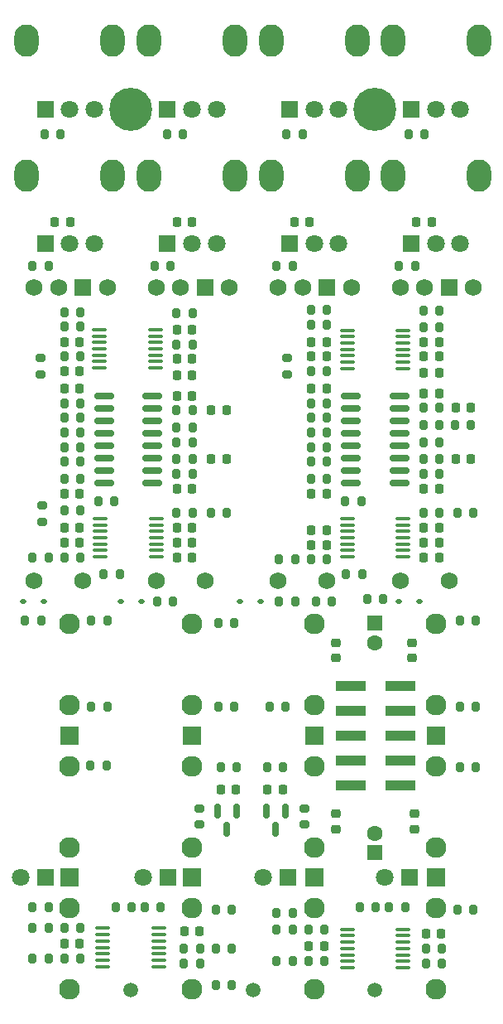
<source format=gbr>
%TF.GenerationSoftware,KiCad,Pcbnew,8.0.0*%
%TF.CreationDate,2024-08-29T00:26:00-07:00*%
%TF.ProjectId,veils_clone,7665696c-735f-4636-9c6f-6e652e6b6963,rev?*%
%TF.SameCoordinates,Original*%
%TF.FileFunction,Soldermask,Bot*%
%TF.FilePolarity,Negative*%
%FSLAX46Y46*%
G04 Gerber Fmt 4.6, Leading zero omitted, Abs format (unit mm)*
G04 Created by KiCad (PCBNEW 8.0.0) date 2024-08-29 00:26:00*
%MOMM*%
%LPD*%
G01*
G04 APERTURE LIST*
G04 Aperture macros list*
%AMRoundRect*
0 Rectangle with rounded corners*
0 $1 Rounding radius*
0 $2 $3 $4 $5 $6 $7 $8 $9 X,Y pos of 4 corners*
0 Add a 4 corners polygon primitive as box body*
4,1,4,$2,$3,$4,$5,$6,$7,$8,$9,$2,$3,0*
0 Add four circle primitives for the rounded corners*
1,1,$1+$1,$2,$3*
1,1,$1+$1,$4,$5*
1,1,$1+$1,$6,$7*
1,1,$1+$1,$8,$9*
0 Add four rect primitives between the rounded corners*
20,1,$1+$1,$2,$3,$4,$5,0*
20,1,$1+$1,$4,$5,$6,$7,0*
20,1,$1+$1,$6,$7,$8,$9,0*
20,1,$1+$1,$8,$9,$2,$3,0*%
G04 Aperture macros list end*
%ADD10R,1.750000X1.750000*%
%ADD11C,1.750000*%
%ADD12O,2.500000X3.300000*%
%ADD13R,1.800000X1.800000*%
%ADD14C,1.800000*%
%ADD15C,2.130000*%
%ADD16C,1.500000*%
%ADD17R,1.930000X1.830000*%
%ADD18C,4.400000*%
%ADD19RoundRect,0.200000X-0.200000X-0.275000X0.200000X-0.275000X0.200000X0.275000X-0.200000X0.275000X0*%
%ADD20RoundRect,0.225000X-0.225000X-0.250000X0.225000X-0.250000X0.225000X0.250000X-0.225000X0.250000X0*%
%ADD21RoundRect,0.200000X-0.275000X0.200000X-0.275000X-0.200000X0.275000X-0.200000X0.275000X0.200000X0*%
%ADD22RoundRect,0.150000X-0.150000X0.587500X-0.150000X-0.587500X0.150000X-0.587500X0.150000X0.587500X0*%
%ADD23RoundRect,0.200000X0.200000X0.275000X-0.200000X0.275000X-0.200000X-0.275000X0.200000X-0.275000X0*%
%ADD24RoundRect,0.225000X0.225000X0.250000X-0.225000X0.250000X-0.225000X-0.250000X0.225000X-0.250000X0*%
%ADD25R,1.600000X1.600000*%
%ADD26C,1.600000*%
%ADD27RoundRect,0.225000X-0.250000X0.225000X-0.250000X-0.225000X0.250000X-0.225000X0.250000X0.225000X0*%
%ADD28RoundRect,0.112500X-0.187500X-0.112500X0.187500X-0.112500X0.187500X0.112500X-0.187500X0.112500X0*%
%ADD29RoundRect,0.100000X0.637500X0.100000X-0.637500X0.100000X-0.637500X-0.100000X0.637500X-0.100000X0*%
%ADD30RoundRect,0.112500X0.187500X0.112500X-0.187500X0.112500X-0.187500X-0.112500X0.187500X-0.112500X0*%
%ADD31RoundRect,0.150000X-0.825000X-0.150000X0.825000X-0.150000X0.825000X0.150000X-0.825000X0.150000X0*%
%ADD32RoundRect,0.100000X-0.637500X-0.100000X0.637500X-0.100000X0.637500X0.100000X-0.637500X0.100000X0*%
%ADD33R,3.150000X1.000000*%
%ADD34RoundRect,0.200000X0.275000X-0.200000X0.275000X0.200000X-0.275000X0.200000X-0.275000X-0.200000X0*%
%ADD35RoundRect,0.225000X0.250000X-0.225000X0.250000X0.225000X-0.250000X0.225000X-0.250000X-0.225000X0*%
G04 APERTURE END LIST*
D10*
%TO.C,RV8*%
X97580000Y-76900000D03*
D11*
X100080000Y-76900000D03*
X97580000Y-106900000D03*
X95080000Y-76900000D03*
X92580000Y-106900000D03*
X92580000Y-76900000D03*
%TD*%
D12*
%TO.C,RV3*%
X66850000Y-51725000D03*
X75650000Y-51725000D03*
D13*
X68750000Y-58725000D03*
D14*
X71250000Y-58725000D03*
X73750000Y-58725000D03*
%TD*%
D15*
%TO.C,J3*%
X71250000Y-140350000D03*
X71250000Y-148650000D03*
%TD*%
D16*
%TO.C,REF\u002A\u002A*%
X102500000Y-148750000D03*
%TD*%
D12*
%TO.C,RV12*%
X104325000Y-51725000D03*
X113125000Y-51725000D03*
D13*
X106225000Y-58725000D03*
D14*
X108725000Y-58725000D03*
X111225000Y-58725000D03*
%TD*%
D17*
%TO.C,J2*%
X71250000Y-122750000D03*
D15*
X71250000Y-111350000D03*
X71250000Y-119650000D03*
%TD*%
D12*
%TO.C,RV9*%
X91850000Y-51725000D03*
X100650000Y-51725000D03*
D13*
X93750000Y-58725000D03*
D14*
X96250000Y-58725000D03*
X98750000Y-58725000D03*
%TD*%
D13*
%TO.C,D4*%
X81275000Y-137250000D03*
D14*
X78735000Y-137250000D03*
%TD*%
D15*
%TO.C,J6*%
X83750000Y-140350000D03*
X83750000Y-148650000D03*
%TD*%
D12*
%TO.C,RV7*%
X91850000Y-65475000D03*
X100650000Y-65475000D03*
D13*
X93750000Y-72475000D03*
D14*
X96250000Y-72475000D03*
X98750000Y-72475000D03*
%TD*%
D12*
%TO.C,RV1*%
X66850000Y-65475000D03*
X75650000Y-65475000D03*
D13*
X68750000Y-72475000D03*
D14*
X71250000Y-72475000D03*
X73750000Y-72475000D03*
%TD*%
D15*
%TO.C,J9*%
X96250000Y-140350000D03*
X96250000Y-148650000D03*
%TD*%
D17*
%TO.C,J10*%
X108750000Y-137250000D03*
D15*
X108750000Y-125850000D03*
X108750000Y-134150000D03*
%TD*%
D12*
%TO.C,RV4*%
X79350000Y-65475000D03*
X88150000Y-65475000D03*
D13*
X81250000Y-72475000D03*
D14*
X83750000Y-72475000D03*
X86250000Y-72475000D03*
%TD*%
D12*
%TO.C,RV6*%
X79350000Y-51725000D03*
X88150000Y-51725000D03*
D13*
X81250000Y-58725000D03*
D14*
X83750000Y-58725000D03*
X86250000Y-58725000D03*
%TD*%
D15*
%TO.C,J12*%
X108750000Y-140350000D03*
X108750000Y-148650000D03*
%TD*%
D17*
%TO.C,J4*%
X83750000Y-137250000D03*
D15*
X83750000Y-125850000D03*
X83750000Y-134150000D03*
%TD*%
D17*
%TO.C,J8*%
X96250000Y-122750000D03*
D15*
X96250000Y-111350000D03*
X96250000Y-119650000D03*
%TD*%
D18*
%TO.C,REF\u002A\u002A*%
X102500000Y-58725000D03*
%TD*%
D10*
%TO.C,RV11*%
X110080000Y-76900000D03*
D11*
X112580000Y-76900000D03*
X110080000Y-106900000D03*
X107580000Y-76900000D03*
X105080000Y-106900000D03*
X105080000Y-76900000D03*
%TD*%
D17*
%TO.C,J1*%
X71250000Y-137250000D03*
D15*
X71250000Y-125850000D03*
X71250000Y-134150000D03*
%TD*%
D13*
%TO.C,D8*%
X106050000Y-137250000D03*
D14*
X103510000Y-137250000D03*
%TD*%
D13*
%TO.C,D6*%
X93550000Y-137250000D03*
D14*
X91010000Y-137250000D03*
%TD*%
D17*
%TO.C,J5*%
X83750000Y-122750000D03*
D15*
X83750000Y-111350000D03*
X83750000Y-119650000D03*
%TD*%
D17*
%TO.C,J11*%
X108750000Y-122750000D03*
D15*
X108750000Y-111350000D03*
X108750000Y-119650000D03*
%TD*%
D12*
%TO.C,RV10*%
X104325000Y-65475000D03*
X113125000Y-65475000D03*
D13*
X106225000Y-72475000D03*
D14*
X108725000Y-72475000D03*
X111225000Y-72475000D03*
%TD*%
D17*
%TO.C,J7*%
X96250000Y-137250000D03*
D15*
X96250000Y-125850000D03*
X96250000Y-134150000D03*
%TD*%
D18*
%TO.C,REF\u002A\u002A*%
X77500000Y-58725000D03*
%TD*%
D13*
%TO.C,D2*%
X68775000Y-137250000D03*
D14*
X66235000Y-137250000D03*
%TD*%
D10*
%TO.C,RV5*%
X85080000Y-76900000D03*
D11*
X87580000Y-76900000D03*
X85080000Y-106900000D03*
X82580000Y-76900000D03*
X80080000Y-106900000D03*
X80080000Y-76900000D03*
%TD*%
D16*
%TO.C,REF\u002A\u002A*%
X77500000Y-148750000D03*
%TD*%
%TO.C,REF\u002A\u002A*%
X90000000Y-148750000D03*
%TD*%
D10*
%TO.C,RV2*%
X72580000Y-76900000D03*
D11*
X75080000Y-76900000D03*
X72580000Y-106900000D03*
X70080000Y-76900000D03*
X67580000Y-106900000D03*
X67580000Y-76900000D03*
%TD*%
D19*
%TO.C,R37*%
X74700000Y-106250000D03*
X76350000Y-106250000D03*
%TD*%
D20*
%TO.C,C20*%
X110725000Y-94500000D03*
X112275000Y-94500000D03*
%TD*%
D19*
%TO.C,R68*%
X92425000Y-140850000D03*
X94075000Y-140850000D03*
%TD*%
D21*
%TO.C,R94*%
X84500000Y-130175000D03*
X84500000Y-131825000D03*
%TD*%
D22*
%TO.C,U10*%
X86387500Y-130475000D03*
X88287500Y-130475000D03*
X87337500Y-132350000D03*
%TD*%
D23*
%TO.C,R26*%
X83825000Y-94500000D03*
X82175000Y-94500000D03*
%TD*%
%TO.C,R44*%
X87825000Y-140500000D03*
X86175000Y-140500000D03*
%TD*%
%TO.C,R25*%
X83825000Y-96000000D03*
X82175000Y-96000000D03*
%TD*%
%TO.C,R43*%
X69075000Y-104500000D03*
X67425000Y-104500000D03*
%TD*%
D20*
%TO.C,C36*%
X95975000Y-82500000D03*
X97525000Y-82500000D03*
%TD*%
D24*
%TO.C,C39*%
X109025000Y-87750000D03*
X107475000Y-87750000D03*
%TD*%
%TO.C,C3*%
X72275000Y-98000000D03*
X70725000Y-98000000D03*
%TD*%
D20*
%TO.C,C38*%
X107475000Y-97500000D03*
X109025000Y-97500000D03*
%TD*%
D19*
%TO.C,R32*%
X82175000Y-100000000D03*
X83825000Y-100000000D03*
%TD*%
D23*
%TO.C,R89*%
X105575000Y-140250000D03*
X103925000Y-140250000D03*
%TD*%
%TO.C,R29*%
X83825000Y-91250000D03*
X82175000Y-91250000D03*
%TD*%
D19*
%TO.C,R49*%
X95925000Y-90250000D03*
X97575000Y-90250000D03*
%TD*%
D23*
%TO.C,R64*%
X94325000Y-109000000D03*
X92675000Y-109000000D03*
%TD*%
D25*
%TO.C,C42*%
X102455112Y-111250000D03*
D26*
X102455112Y-113250000D03*
%TD*%
D23*
%TO.C,R10*%
X70325000Y-61250000D03*
X68675000Y-61250000D03*
%TD*%
%TO.C,R41*%
X80575000Y-140250000D03*
X78925000Y-140250000D03*
%TD*%
D19*
%TO.C,R8*%
X70675000Y-93250000D03*
X72325000Y-93250000D03*
%TD*%
D27*
%TO.C,C44*%
X98500000Y-130725000D03*
X98500000Y-132275000D03*
%TD*%
D23*
%TO.C,R91*%
X94325000Y-104750000D03*
X92675000Y-104750000D03*
%TD*%
D19*
%TO.C,R27*%
X86675000Y-126000000D03*
X88325000Y-126000000D03*
%TD*%
%TO.C,R71*%
X95925000Y-80750000D03*
X97575000Y-80750000D03*
%TD*%
D21*
%TO.C,R61*%
X68450000Y-99225000D03*
X68450000Y-100875000D03*
%TD*%
D19*
%TO.C,R14*%
X70675000Y-142400000D03*
X72325000Y-142400000D03*
%TD*%
D23*
%TO.C,R78*%
X109075000Y-89250000D03*
X107425000Y-89250000D03*
%TD*%
D19*
%TO.C,R82*%
X110675000Y-91000000D03*
X112325000Y-91000000D03*
%TD*%
%TO.C,R55*%
X95925000Y-93250000D03*
X97575000Y-93250000D03*
%TD*%
D28*
%TO.C,D1*%
X66495000Y-109000000D03*
X68595000Y-109000000D03*
%TD*%
D29*
%TO.C,U4*%
X80112500Y-100550000D03*
X80112500Y-101200000D03*
X80112500Y-101850000D03*
X80112500Y-102500000D03*
X80112500Y-103150000D03*
X80112500Y-103800000D03*
X80112500Y-104450000D03*
X74387500Y-104450000D03*
X74387500Y-103800000D03*
X74387500Y-103150000D03*
X74387500Y-102500000D03*
X74387500Y-101850000D03*
X74387500Y-101200000D03*
X74387500Y-100550000D03*
%TD*%
D23*
%TO.C,R87*%
X97575000Y-104750000D03*
X95925000Y-104750000D03*
%TD*%
D19*
%TO.C,R96*%
X99425000Y-98750000D03*
X101075000Y-98750000D03*
%TD*%
D20*
%TO.C,C45*%
X86725000Y-128250000D03*
X88275000Y-128250000D03*
%TD*%
D24*
%TO.C,C6*%
X72275000Y-85500000D03*
X70725000Y-85500000D03*
%TD*%
D30*
%TO.C,D5*%
X90800000Y-109000000D03*
X88700000Y-109000000D03*
%TD*%
D23*
%TO.C,R60*%
X109075000Y-79350000D03*
X107425000Y-79350000D03*
%TD*%
D19*
%TO.C,R3*%
X70675000Y-88750000D03*
X72325000Y-88750000D03*
%TD*%
%TO.C,R9*%
X82175000Y-82750000D03*
X83825000Y-82750000D03*
%TD*%
D24*
%TO.C,C33*%
X97275000Y-144250000D03*
X95725000Y-144250000D03*
%TD*%
D19*
%TO.C,R28*%
X86425000Y-111250000D03*
X88075000Y-111250000D03*
%TD*%
D23*
%TO.C,R1*%
X75075000Y-119750000D03*
X73425000Y-119750000D03*
%TD*%
%TO.C,R16*%
X68325000Y-111000000D03*
X66675000Y-111000000D03*
%TD*%
D24*
%TO.C,C1*%
X71275000Y-70250000D03*
X69725000Y-70250000D03*
%TD*%
D20*
%TO.C,C46*%
X91475000Y-128250000D03*
X93025000Y-128250000D03*
%TD*%
D23*
%TO.C,R83*%
X109325000Y-144500000D03*
X107675000Y-144500000D03*
%TD*%
D19*
%TO.C,R56*%
X107425000Y-81000000D03*
X109075000Y-81000000D03*
%TD*%
D24*
%TO.C,C4*%
X83775000Y-85900000D03*
X82225000Y-85900000D03*
%TD*%
D31*
%TO.C,U7*%
X74775000Y-96945000D03*
X74775000Y-95675000D03*
X74775000Y-94405000D03*
X74775000Y-93135000D03*
X74775000Y-91865000D03*
X74775000Y-90595000D03*
X74775000Y-89325000D03*
X74775000Y-88055000D03*
X79725000Y-88055000D03*
X79725000Y-89325000D03*
X79725000Y-90595000D03*
X79725000Y-91865000D03*
X79725000Y-93135000D03*
X79725000Y-94405000D03*
X79725000Y-95675000D03*
X79725000Y-96945000D03*
%TD*%
D23*
%TO.C,R35*%
X87825000Y-144500000D03*
X86175000Y-144500000D03*
%TD*%
D19*
%TO.C,R84*%
X110925000Y-100000000D03*
X112575000Y-100000000D03*
%TD*%
%TO.C,R36*%
X85675000Y-100000000D03*
X87325000Y-100000000D03*
%TD*%
D20*
%TO.C,C29*%
X70725000Y-101500000D03*
X72275000Y-101500000D03*
%TD*%
D23*
%TO.C,R92*%
X112575000Y-140500000D03*
X110925000Y-140500000D03*
%TD*%
D19*
%TO.C,R53*%
X95925000Y-91750000D03*
X97575000Y-91750000D03*
%TD*%
D22*
%TO.C,U9*%
X91387500Y-130475000D03*
X93287500Y-130475000D03*
X92337500Y-132350000D03*
%TD*%
D23*
%TO.C,R7*%
X72325000Y-96500000D03*
X70675000Y-96500000D03*
%TD*%
D19*
%TO.C,R50*%
X95925000Y-88750000D03*
X97575000Y-88750000D03*
%TD*%
D20*
%TO.C,C11*%
X82225000Y-101500000D03*
X83775000Y-101500000D03*
%TD*%
D23*
%TO.C,R22*%
X72325000Y-79450000D03*
X70675000Y-79450000D03*
%TD*%
D28*
%TO.C,D7*%
X104950000Y-109000000D03*
X107050000Y-109000000D03*
%TD*%
D24*
%TO.C,C26*%
X84525000Y-142750000D03*
X82975000Y-142750000D03*
%TD*%
%TO.C,C13*%
X95775000Y-70250000D03*
X94225000Y-70250000D03*
%TD*%
D19*
%TO.C,R76*%
X111175000Y-111000000D03*
X112825000Y-111000000D03*
%TD*%
D24*
%TO.C,C25*%
X72275000Y-144000000D03*
X70725000Y-144000000D03*
%TD*%
D23*
%TO.C,R58*%
X97575000Y-94750000D03*
X95925000Y-94750000D03*
%TD*%
D19*
%TO.C,R66*%
X95675000Y-145750000D03*
X97325000Y-145750000D03*
%TD*%
%TO.C,R47*%
X70675000Y-99750000D03*
X72325000Y-99750000D03*
%TD*%
D23*
%TO.C,R51*%
X93075000Y-126000000D03*
X91425000Y-126000000D03*
%TD*%
%TO.C,R54*%
X97575000Y-96500000D03*
X95925000Y-96500000D03*
%TD*%
%TO.C,R31*%
X83825000Y-92750000D03*
X82175000Y-92750000D03*
%TD*%
D20*
%TO.C,C8*%
X85725000Y-94500000D03*
X87275000Y-94500000D03*
%TD*%
%TO.C,C10*%
X82225000Y-104500000D03*
X83775000Y-104500000D03*
%TD*%
D21*
%TO.C,R19*%
X68250000Y-84175000D03*
X68250000Y-85825000D03*
%TD*%
D19*
%TO.C,R6*%
X70675000Y-91750000D03*
X72325000Y-91750000D03*
%TD*%
D20*
%TO.C,C5*%
X82225000Y-81250000D03*
X83775000Y-81250000D03*
%TD*%
D19*
%TO.C,R65*%
X92425000Y-145750000D03*
X94075000Y-145750000D03*
%TD*%
D23*
%TO.C,R77*%
X109075000Y-91000000D03*
X107425000Y-91000000D03*
%TD*%
D31*
%TO.C,U8*%
X100025000Y-96945000D03*
X100025000Y-95675000D03*
X100025000Y-94405000D03*
X100025000Y-93135000D03*
X100025000Y-91865000D03*
X100025000Y-90595000D03*
X100025000Y-89325000D03*
X100025000Y-88055000D03*
X104975000Y-88055000D03*
X104975000Y-89325000D03*
X104975000Y-90595000D03*
X104975000Y-91865000D03*
X104975000Y-93135000D03*
X104975000Y-94405000D03*
X104975000Y-95675000D03*
X104975000Y-96945000D03*
%TD*%
D32*
%TO.C,U1*%
X74637500Y-146325000D03*
X74637500Y-145675000D03*
X74637500Y-145025000D03*
X74637500Y-144375000D03*
X74637500Y-143725000D03*
X74637500Y-143075000D03*
X74637500Y-142425000D03*
X80362500Y-142425000D03*
X80362500Y-143075000D03*
X80362500Y-143725000D03*
X80362500Y-144375000D03*
X80362500Y-145025000D03*
X80362500Y-145675000D03*
X80362500Y-146325000D03*
%TD*%
D19*
%TO.C,R48*%
X91675000Y-119750000D03*
X93325000Y-119750000D03*
%TD*%
D20*
%TO.C,C27*%
X82225000Y-84250000D03*
X83775000Y-84250000D03*
%TD*%
D19*
%TO.C,R38*%
X82925000Y-146000000D03*
X84575000Y-146000000D03*
%TD*%
%TO.C,R17*%
X67425000Y-145500000D03*
X69075000Y-145500000D03*
%TD*%
D24*
%TO.C,C19*%
X108275000Y-70250000D03*
X106725000Y-70250000D03*
%TD*%
%TO.C,C32*%
X83775000Y-88000000D03*
X82225000Y-88000000D03*
%TD*%
D20*
%TO.C,C31*%
X82225000Y-97500000D03*
X83775000Y-97500000D03*
%TD*%
D23*
%TO.C,R63*%
X97575000Y-85500000D03*
X95925000Y-85500000D03*
%TD*%
D20*
%TO.C,C40*%
X107475000Y-103000000D03*
X109025000Y-103000000D03*
%TD*%
D19*
%TO.C,R4*%
X73350000Y-125750000D03*
X75000000Y-125750000D03*
%TD*%
D29*
%TO.C,U6*%
X105362500Y-100550000D03*
X105362500Y-101200000D03*
X105362500Y-101850000D03*
X105362500Y-102500000D03*
X105362500Y-103150000D03*
X105362500Y-103800000D03*
X105362500Y-104450000D03*
X99637500Y-104450000D03*
X99637500Y-103800000D03*
X99637500Y-103150000D03*
X99637500Y-102500000D03*
X99637500Y-101850000D03*
X99637500Y-101200000D03*
X99637500Y-100550000D03*
%TD*%
D20*
%TO.C,C2*%
X70725000Y-87250000D03*
X72275000Y-87250000D03*
%TD*%
D21*
%TO.C,R67*%
X93500000Y-84175000D03*
X93500000Y-85825000D03*
%TD*%
D23*
%TO.C,R34*%
X84575000Y-144500000D03*
X82925000Y-144500000D03*
%TD*%
D19*
%TO.C,R80*%
X107425000Y-100000000D03*
X109075000Y-100000000D03*
%TD*%
D23*
%TO.C,R81*%
X107575000Y-61250000D03*
X105925000Y-61250000D03*
%TD*%
D29*
%TO.C,U5*%
X105362500Y-81300000D03*
X105362500Y-81950000D03*
X105362500Y-82600000D03*
X105362500Y-83250000D03*
X105362500Y-83900000D03*
X105362500Y-84550000D03*
X105362500Y-85200000D03*
X99637500Y-85200000D03*
X99637500Y-84550000D03*
X99637500Y-83900000D03*
X99637500Y-83250000D03*
X99637500Y-82600000D03*
X99637500Y-81950000D03*
X99637500Y-81300000D03*
%TD*%
D24*
%TO.C,C18*%
X97525000Y-84000000D03*
X95975000Y-84000000D03*
%TD*%
D19*
%TO.C,R90*%
X100925000Y-140250000D03*
X102575000Y-140250000D03*
%TD*%
%TO.C,R85*%
X99525000Y-106250000D03*
X101175000Y-106250000D03*
%TD*%
D24*
%TO.C,C16*%
X109025000Y-85650000D03*
X107475000Y-85650000D03*
%TD*%
D19*
%TO.C,R52*%
X96425000Y-109000000D03*
X98075000Y-109000000D03*
%TD*%
%TO.C,R18*%
X70675000Y-145500000D03*
X72325000Y-145500000D03*
%TD*%
%TO.C,R75*%
X111175000Y-126000000D03*
X112825000Y-126000000D03*
%TD*%
D33*
%TO.C,J13*%
X100000000Y-127830000D03*
X105050000Y-127830000D03*
X100000000Y-125290000D03*
X105050000Y-125290000D03*
X100000000Y-122750000D03*
X105050000Y-122750000D03*
X100000000Y-120210000D03*
X105050000Y-120210000D03*
X100000000Y-117670000D03*
X105050000Y-117670000D03*
%TD*%
D19*
%TO.C,R62*%
X95675000Y-142550000D03*
X97325000Y-142550000D03*
%TD*%
D20*
%TO.C,C17*%
X107475000Y-82500000D03*
X109025000Y-82500000D03*
%TD*%
D19*
%TO.C,R5*%
X73425000Y-111000000D03*
X75075000Y-111000000D03*
%TD*%
%TO.C,R21*%
X67425000Y-74750000D03*
X69075000Y-74750000D03*
%TD*%
D23*
%TO.C,R40*%
X81825000Y-109000000D03*
X80175000Y-109000000D03*
%TD*%
D24*
%TO.C,C34*%
X109275000Y-143000000D03*
X107725000Y-143000000D03*
%TD*%
%TO.C,C12*%
X72275000Y-103000000D03*
X70725000Y-103000000D03*
%TD*%
D19*
%TO.C,R23*%
X70675000Y-80900000D03*
X72325000Y-80900000D03*
%TD*%
D27*
%TO.C,C43*%
X98500000Y-113225000D03*
X98500000Y-114775000D03*
%TD*%
D23*
%TO.C,R39*%
X72325000Y-104500000D03*
X70675000Y-104500000D03*
%TD*%
%TO.C,R70*%
X97575000Y-79250000D03*
X95925000Y-79250000D03*
%TD*%
D19*
%TO.C,R88*%
X101675000Y-108750000D03*
X103325000Y-108750000D03*
%TD*%
D20*
%TO.C,C9*%
X85725000Y-89500000D03*
X87275000Y-89500000D03*
%TD*%
D23*
%TO.C,R11*%
X72325000Y-94750000D03*
X70675000Y-94750000D03*
%TD*%
D24*
%TO.C,C24*%
X97525000Y-103250000D03*
X95975000Y-103250000D03*
%TD*%
D19*
%TO.C,R93*%
X104925000Y-74750000D03*
X106575000Y-74750000D03*
%TD*%
%TO.C,R97*%
X74175000Y-98750000D03*
X75825000Y-98750000D03*
%TD*%
D20*
%TO.C,C35*%
X107475000Y-84000000D03*
X109025000Y-84000000D03*
%TD*%
D29*
%TO.C,U2*%
X80000000Y-81250000D03*
X80000000Y-81900000D03*
X80000000Y-82550000D03*
X80000000Y-83200000D03*
X80000000Y-83850000D03*
X80000000Y-84500000D03*
X80000000Y-85150000D03*
X74275000Y-85150000D03*
X74275000Y-84500000D03*
X74275000Y-83850000D03*
X74275000Y-83200000D03*
X74275000Y-82550000D03*
X74275000Y-81900000D03*
X74275000Y-81250000D03*
%TD*%
D25*
%TO.C,C41*%
X102500000Y-134705113D03*
D26*
X102500000Y-132705113D03*
%TD*%
D20*
%TO.C,C23*%
X107475000Y-101500000D03*
X109025000Y-101500000D03*
%TD*%
%TO.C,C22*%
X107475000Y-104500000D03*
X109025000Y-104500000D03*
%TD*%
D32*
%TO.C,U3*%
X99650000Y-146437500D03*
X99650000Y-145787500D03*
X99650000Y-145137500D03*
X99650000Y-144487500D03*
X99650000Y-143837500D03*
X99650000Y-143187500D03*
X99650000Y-142537500D03*
X105375000Y-142537500D03*
X105375000Y-143187500D03*
X105375000Y-143837500D03*
X105375000Y-144487500D03*
X105375000Y-145137500D03*
X105375000Y-145787500D03*
X105375000Y-146437500D03*
%TD*%
D19*
%TO.C,R12*%
X67425000Y-142400000D03*
X69075000Y-142400000D03*
%TD*%
D20*
%TO.C,C14*%
X95975000Y-87250000D03*
X97525000Y-87250000D03*
%TD*%
D24*
%TO.C,C15*%
X97525000Y-98000000D03*
X95975000Y-98000000D03*
%TD*%
D23*
%TO.C,R73*%
X109075000Y-96000000D03*
X107425000Y-96000000D03*
%TD*%
D20*
%TO.C,C30*%
X82225000Y-103000000D03*
X83775000Y-103000000D03*
%TD*%
D23*
%TO.C,R72*%
X112825000Y-119750000D03*
X111175000Y-119750000D03*
%TD*%
D19*
%TO.C,R42*%
X75925000Y-140250000D03*
X77575000Y-140250000D03*
%TD*%
D23*
%TO.C,R15*%
X72325000Y-84000000D03*
X70675000Y-84000000D03*
%TD*%
D34*
%TO.C,R95*%
X95250000Y-131825000D03*
X95250000Y-130175000D03*
%TD*%
D19*
%TO.C,R59*%
X92425000Y-142550000D03*
X94075000Y-142550000D03*
%TD*%
D20*
%TO.C,C37*%
X95975000Y-101750000D03*
X97525000Y-101750000D03*
%TD*%
D19*
%TO.C,R69*%
X92425000Y-74750000D03*
X94075000Y-74750000D03*
%TD*%
D20*
%TO.C,C21*%
X110725000Y-89250000D03*
X112275000Y-89250000D03*
%TD*%
D23*
%TO.C,R24*%
X88075000Y-119750000D03*
X86425000Y-119750000D03*
%TD*%
D35*
%TO.C,FB1*%
X106250000Y-114775000D03*
X106250000Y-113225000D03*
%TD*%
D24*
%TO.C,C7*%
X83775000Y-70250000D03*
X82225000Y-70250000D03*
%TD*%
D30*
%TO.C,D3*%
X78550000Y-109000000D03*
X76450000Y-109000000D03*
%TD*%
D19*
%TO.C,R86*%
X107675000Y-146000000D03*
X109325000Y-146000000D03*
%TD*%
%TO.C,R46*%
X86175000Y-148250000D03*
X87825000Y-148250000D03*
%TD*%
D23*
%TO.C,R30*%
X83825000Y-89500000D03*
X82175000Y-89500000D03*
%TD*%
%TO.C,R13*%
X83825000Y-79600000D03*
X82175000Y-79600000D03*
%TD*%
%TO.C,R79*%
X109075000Y-92750000D03*
X107425000Y-92750000D03*
%TD*%
%TO.C,R74*%
X109075000Y-94500000D03*
X107425000Y-94500000D03*
%TD*%
D27*
%TO.C,FB2*%
X106500000Y-130725000D03*
X106500000Y-132275000D03*
%TD*%
D19*
%TO.C,R2*%
X70675000Y-90250000D03*
X72325000Y-90250000D03*
%TD*%
D20*
%TO.C,C28*%
X70725000Y-82500000D03*
X72275000Y-82500000D03*
%TD*%
D23*
%TO.C,R57*%
X95075000Y-61250000D03*
X93425000Y-61250000D03*
%TD*%
%TO.C,R33*%
X82825000Y-61250000D03*
X81175000Y-61250000D03*
%TD*%
D19*
%TO.C,R20*%
X67425000Y-140250000D03*
X69075000Y-140250000D03*
%TD*%
%TO.C,R45*%
X79925000Y-74750000D03*
X81575000Y-74750000D03*
%TD*%
M02*

</source>
